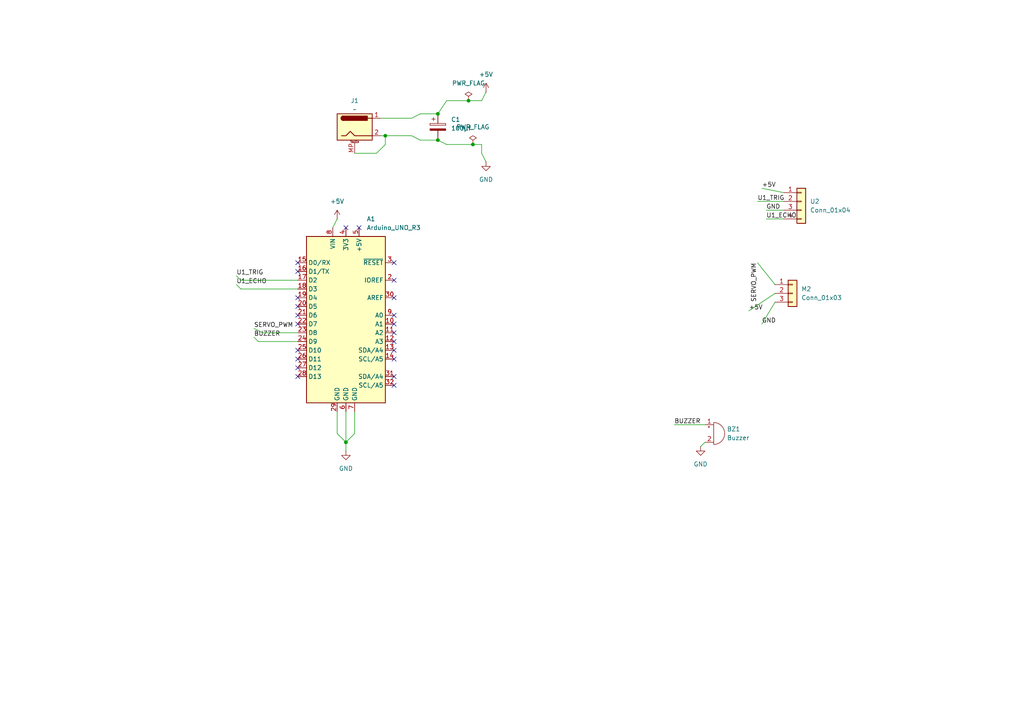
<source format=kicad_sch>
(kicad_sch (version 20231120) (generator "eeschema") (generator_version "8.0")
  (paper "A4")
  (lib_symbols
    (symbol "Connector:Barrel_Jack_MountingPin" (pin_names hide)
      (property "Reference" "J" (at 0 5.334 0))
      (property "Value" "Barrel_Jack_MountingPin" (at 1.27 -6.35 0))
      (symbol "Barrel_Jack_MountingPin_0_1"
        (rectangle (start -5.08 3.81) (end 5.08 -3.81) (stroke (width 0.254)) (fill (type background)))
        (arc (start -3.302 3.175) (mid -3.9343 2.54) (end -3.302 1.905) (stroke (width 0.254)))
        (arc (start -3.302 3.175) (mid -3.9343 2.54) (end -3.302 1.905) (stroke (width 0.254)) (fill (type outline)))
        (polyline (pts (xy 5.08 2.54) (xy 3.81 2.54)) (stroke (width 0.254)))
        (polyline (pts (xy -3.81 -2.54) (xy -2.54 -2.54) (xy -1.27 -1.27) (xy 0 -2.54) (xy 2.54 -2.54) (xy 5.08 -2.54)) (stroke (width 0.254)))
        (rectangle (start 3.683 3.175) (end -3.302 1.905) (stroke (width 0.254)) (fill (type outline)))
      )
      (symbol "Barrel_Jack_MountingPin_1_1"
        (polyline (pts (xy -1.016 -4.572) (xy 1.016 -4.572)) (stroke (width 0.1524)))
        (text "Mounting" (at 0 -4.191 0) (effects (font (size 0.381 0.381))))
        (pin passive line (at 7.62 2.54 180) (length 2.54) (name "~") (number "1"))
        (pin passive line (at 7.62 -2.54 180) (length 2.54) (name "~") (number "2"))
        (pin passive line (at 0 -7.62 90) (length 3.048) (name "MountPin") (number "MP"))
      )
    )
    (symbol "Connector_Generic:Conn_01x03" (pin_names (offset 1.016) hide)
      (property "Reference" "J" (at 0 5.08 0))
      (property "Value" "Conn_01x03" (at 0 -5.08 0))
      (symbol "Conn_01x03_1_1"
        (rectangle (start -1.27 -2.413) (end 0 -2.667) (stroke (width 0.1524)))
        (rectangle (start -1.27 0.127) (end 0 -0.127) (stroke (width 0.1524)))
        (rectangle (start -1.27 2.667) (end 0 2.413) (stroke (width 0.1524)))
        (rectangle (start -1.27 3.81) (end 1.27 -3.81) (stroke (width 0.254)) (fill (type background)))
        (pin passive line (at -5.08 2.54 0) (length 3.81) (name "Pin_1") (number "1"))
        (pin passive line (at -5.08 0 0) (length 3.81) (name "Pin_2") (number "2"))
        (pin passive line (at -5.08 -2.54 0) (length 3.81) (name "Pin_3") (number "3"))
      )
    )
    (symbol "Connector_Generic:Conn_01x04" (pin_names (offset 1.016) hide)
      (property "Reference" "J" (at 0 5.08 0))
      (property "Value" "Conn_01x04" (at 0 -7.62 0))
      (symbol "Conn_01x04_1_1"
        (rectangle (start -1.27 -4.953) (end 0 -5.207) (stroke (width 0.1524)))
        (rectangle (start -1.27 -2.413) (end 0 -2.667) (stroke (width 0.1524)))
        (rectangle (start -1.27 0.127) (end 0 -0.127) (stroke (width 0.1524)))
        (rectangle (start -1.27 2.667) (end 0 2.413) (stroke (width 0.1524)))
        (rectangle (start -1.27 3.81) (end 1.27 -6.35) (stroke (width 0.254)) (fill (type background)))
        (pin passive line (at -5.08 2.54 0) (length 3.81) (name "Pin_1") (number "1"))
        (pin passive line (at -5.08 0 0) (length 3.81) (name "Pin_2") (number "2"))
        (pin passive line (at -5.08 -2.54 0) (length 3.81) (name "Pin_3") (number "3"))
        (pin passive line (at -5.08 -5.08 0) (length 3.81) (name "Pin_4") (number "4"))
      )
    )
    (symbol "Device:Buzzer" (pin_names (offset 0.0254) hide)
      (property "Reference" "BZ" (at 3.81 1.27 0))
      (property "Value" "Buzzer" (at 3.81 -1.27 0))
      (symbol "Buzzer_0_1"
        (arc (start 0 -3.175) (mid 3.1612 0) (end 0 3.175))
        (polyline (pts (xy -1.651 1.905) (xy -1.143 1.905)))
        (polyline (pts (xy -1.397 2.159) (xy -1.397 1.651)))
        (polyline (pts (xy 0 3.175) (xy 0 -3.175)))
      )
      (symbol "Buzzer_1_1"
        (pin passive line (at -2.54 2.54 0) (length 2.54) (name "+") (number "1"))
        (pin passive line (at -2.54 -2.54 0) (length 2.54) (name "-") (number "2"))
      )
    )
    (symbol "Device:C_Polarized" (pin_numbers hide) (pin_names (offset 0.254))
      (property "Reference" "C" (at 0.635 2.54 0))
      (property "Value" "C_Polarized" (at 0.635 -2.54 0))
      (symbol "C_Polarized_0_1"
        (rectangle (start -2.286 0.508) (end 2.286 1.016))
        (polyline (pts (xy -1.778 2.286) (xy -0.762 2.286)))
        (polyline (pts (xy -1.27 2.794) (xy -1.27 1.778)))
        (rectangle (start 2.286 -0.508) (end -2.286 -1.016) (fill (type outline)))
      )
      (symbol "C_Polarized_1_1"
        (pin passive line (at 0 3.81 270) (length 2.794) (name "~") (number "1"))
        (pin passive line (at 0 -3.81 90) (length 2.794) (name "~") (number "2"))
      )
    )
    (symbol "customLibraries:Arduino_UNO_R3"
      (property "Reference" "A" (at -11.43 23.495 0))
      (property "Value" "Arduino_UNO_R3" (at 3.81 -26.67 0))
      (symbol "Arduino_UNO_R3_0_1"
        (rectangle (start -11.43 22.86) (end 11.43 -25.4) (stroke (width 0.254)) (fill (type background)))
      )
      (symbol "Arduino_UNO_R3_1_1"
        (pin no_connect line (at -11.43 -20.32 0) (length 2.54) hide (name "NC") (number "1"))
        (pin bidirectional line (at 13.97 -2.54 180) (length 2.54) (name "A1") (number "10"))
        (pin bidirectional line (at 13.97 -5.08 180) (length 2.54) (name "A2") (number "11"))
        (pin bidirectional line (at 13.97 -7.62 180) (length 2.54) (name "A3") (number "12"))
        (pin bidirectional line (at 13.97 -10.16 180) (length 2.54) (name "SDA/A4") (number "13"))
        (pin bidirectional line (at 13.97 -12.7 180) (length 2.54) (name "SCL/A5") (number "14"))
        (pin bidirectional line (at -13.97 15.24 0) (length 2.54) (name "D0/RX") (number "15"))
        (pin bidirectional line (at -13.97 12.7 0) (length 2.54) (name "D1/TX") (number "16"))
        (pin bidirectional line (at -13.97 10.16 0) (length 2.54) (name "D2") (number "17"))
        (pin bidirectional line (at -13.97 7.62 0) (length 2.54) (name "D3") (number "18"))
        (pin bidirectional line (at -13.97 5.08 0) (length 2.54) (name "D4") (number "19"))
        (pin output line (at 13.97 10.16 180) (length 2.54) (name "IOREF") (number "2"))
        (pin bidirectional line (at -13.97 2.54 0) (length 2.54) (name "D5") (number "20"))
        (pin bidirectional line (at -13.97 0 0) (length 2.54) (name "D6") (number "21"))
        (pin bidirectional line (at -13.97 -2.54 0) (length 2.54) (name "D7") (number "22"))
        (pin bidirectional line (at -13.97 -5.08 0) (length 2.54) (name "D8") (number "23"))
        (pin bidirectional line (at -13.97 -7.62 0) (length 2.54) (name "D9") (number "24"))
        (pin bidirectional line (at -13.97 -10.16 0) (length 2.54) (name "D10") (number "25"))
        (pin bidirectional line (at -13.97 -12.7 0) (length 2.54) (name "D11") (number "26"))
        (pin bidirectional line (at -13.97 -15.24 0) (length 2.54) (name "D12") (number "27"))
        (pin bidirectional line (at -13.97 -17.78 0) (length 2.54) (name "D13") (number "28"))
        (pin power_in line (at -2.54 -27.94 90) (length 2.54) (name "GND") (number "29"))
        (pin input line (at 13.97 15.24 180) (length 2.54) (name "~{RESET}") (number "3"))
        (pin input line (at 13.97 5.08 180) (length 2.54) (name "AREF") (number "30"))
        (pin bidirectional line (at 13.97 -17.78 180) (length 2.54) (name "SDA/A4") (number "31"))
        (pin bidirectional line (at 13.97 -20.32 180) (length 2.54) (name "SCL/A5") (number "32"))
        (pin power_out line (at 0 25.4 270) (length 2.54) (name "3V3") (number "4"))
        (pin power_out line (at 3.81 25.4 270) (length 2.54) (name "+5V") (number "5"))
        (pin power_in line (at 0 -27.94 90) (length 2.54) (name "GND") (number "6"))
        (pin power_in line (at 2.54 -27.94 90) (length 2.54) (name "GND") (number "7"))
        (pin power_in line (at -3.81 25.4 270) (length 2.54) (name "VIN") (number "8"))
        (pin bidirectional line (at 13.97 0 180) (length 2.54) (name "A0") (number "9"))
      )
    )
    (symbol "power:+5V" (power) (pin_numbers hide) (pin_names (offset 0) hide)
      (property "Value" "+5V" (at 0 3.556 0))
      (symbol "+5V_0_1"
        (polyline (pts (xy -0.762 1.27) (xy 0 2.54)))
        (polyline (pts (xy 0 0) (xy 0 2.54)))
        (polyline (pts (xy 0 2.54) (xy 0.762 1.27)))
      )
      (symbol "+5V_1_1"
        (pin power_in line (at 0 0 90) (length 0) (name "~") (number "1"))
      )
    )
    (symbol "power:GND" (power) (pin_numbers hide) (pin_names (offset 0) hide)
      (property "Value" "GND" (at 0 -3.81 0))
      (symbol "GND_0_1"
        (polyline (pts (xy 0 0) (xy 0 -1.27) (xy 1.27 -1.27) (xy 0 -2.54) (xy -1.27 -1.27) (xy 0 -1.27)))
      )
      (symbol "GND_1_1"
        (pin power_in line (at 0 0 270) (length 0) (name "~") (number "1"))
      )
    )
    (symbol "power:PWR_FLAG" (power) (pin_numbers hide) (pin_names (offset 0) hide)
      (property "Value" "PWR_FLAG" (at 0 3.81 0))
      (symbol "PWR_FLAG_0_0"
        (pin power_out line (at 0 0 90) (length 0) (name "~") (number "1"))
      )
      (symbol "PWR_FLAG_0_1"
        (polyline (pts (xy 0 0) (xy 0 1.27) (xy -1.016 1.905) (xy 0 2.54) (xy 1.016 1.905) (xy 0 1.27)))
      )
    )
  )
  (junction (at 111.76 39.37))
  (junction (at 127 40.64))
  (junction (at 137.16 41.91))
  (junction (at 135.89 29.21))
  (junction (at 100.33 128.27))
  (junction (at 127 33.02))
  (no_connect (at 114.3 93.98))
  (no_connect (at 86.36 88.9))
  (no_connect (at 86.36 86.36))
  (no_connect (at 114.3 101.6))
  (no_connect (at 86.36 91.44))
  (no_connect (at 86.36 101.6))
  (no_connect (at 114.3 111.76))
  (no_connect (at 114.3 99.06))
  (no_connect (at 86.36 76.2))
  (no_connect (at 114.3 96.52))
  (no_connect (at 114.3 86.36))
  (no_connect (at 104.14 66.04))
  (no_connect (at 86.36 109.22))
  (no_connect (at 86.36 104.14))
  (no_connect (at 100.33 66.04))
  (no_connect (at 114.3 109.22))
  (no_connect (at 114.3 104.14))
  (no_connect (at 86.36 93.98))
  (no_connect (at 114.3 91.44))
  (no_connect (at 114.3 81.28))
  (no_connect (at 86.36 78.74))
  (no_connect (at 86.36 106.68))
  (no_connect (at 114.3 76.2))
  (wire (pts (xy 195.58 123.19) (xy 204.47 123.19)))
  (wire (pts (xy 102.87 125.73) (xy 100.33 128.27)))
  (wire (pts (xy 119.38 34.29) (xy 121.92 33.02)))
  (wire (pts (xy 220.98 93.98) (xy 224.79 87.63)))
  (wire (pts (xy 109.22 44.45) (xy 111.76 41.91)))
  (wire (pts (xy 121.92 40.64) (xy 127 40.64)))
  (wire (pts (xy 139.7 29.21) (xy 135.89 29.21)))
  (wire (pts (xy 217.17 90.17) (xy 224.79 85.09)))
  (wire (pts (xy 220.98 54.61) (xy 227.33 55.88)))
  (wire (pts (xy 102.87 119.38) (xy 102.87 125.73)))
  (wire (pts (xy 135.89 29.21) (xy 129.54 29.21)))
  (wire (pts (xy 74.93 99.06) (xy 86.36 99.06)))
  (wire (pts (xy 204.47 128.27) (xy 203.2 129.54)))
  (wire (pts (xy 140.97 46.99) (xy 139.7 44.45)))
  (wire (pts (xy 69.85 81.28) (xy 86.36 81.28)))
  (wire (pts (xy 137.16 41.91) (xy 129.54 41.91)))
  (wire (pts (xy 219.71 76.2) (xy 224.79 82.55)))
  (wire (pts (xy 222.25 63.5) (xy 227.33 63.5)))
  (wire (pts (xy 139.7 44.45) (xy 139.7 41.91)))
  (wire (pts (xy 69.85 83.82) (xy 86.36 83.82)))
  (wire (pts (xy 97.79 119.38) (xy 97.79 125.73)))
  (wire (pts (xy 97.79 63.5) (xy 96.52 66.04)))
  (wire (pts (xy 140.97 26.67) (xy 139.7 29.21)))
  (wire (pts (xy 100.33 119.38) (xy 100.33 128.27)))
  (wire (pts (xy 68.58 82.55) (xy 69.85 83.82)))
  (wire (pts (xy 73.66 97.79) (xy 74.93 99.06)))
  (wire (pts (xy 100.33 128.27) (xy 100.33 130.81)))
  (wire (pts (xy 129.54 29.21) (xy 127 33.02)))
  (wire (pts (xy 68.58 80.01) (xy 69.85 81.28)))
  (wire (pts (xy 110.49 39.37) (xy 111.76 39.37)))
  (wire (pts (xy 73.66 95.25) (xy 76.2 96.52)))
  (wire (pts (xy 219.71 58.42) (xy 227.33 58.42)))
  (wire (pts (xy 121.92 33.02) (xy 127 33.02)))
  (wire (pts (xy 139.7 41.91) (xy 137.16 41.91)))
  (wire (pts (xy 119.38 39.37) (xy 121.92 40.64)))
  (wire (pts (xy 129.54 41.91) (xy 127 40.64)))
  (wire (pts (xy 110.49 34.29) (xy 119.38 34.29)))
  (wire (pts (xy 102.87 44.45) (xy 109.22 44.45)))
  (wire (pts (xy 111.76 39.37) (xy 119.38 39.37)))
  (wire (pts (xy 222.25 60.96) (xy 227.33 60.96)))
  (wire (pts (xy 111.76 41.91) (xy 111.76 39.37)))
  (wire (pts (xy 97.79 125.73) (xy 100.33 128.27)))
  (wire (pts (xy 76.2 96.52) (xy 86.36 96.52)))
  (label "U1_TRIG" (at 219.71 58.42 0))
  (label "U1_ECHO" (at 222.25 63.5 0))
  (label "+5V" (at 217.17 90.17 0))
  (label "SERVO_PWM" (at 219.71 76.2 270))
  (label "BUZZER" (at 195.58 123.19 0))
  (label "GND" (at 222.25 60.96 0))
  (label "GND" (at 220.98 93.98 0))
  (label "SERVO_PWM" (at 73.66 95.25 0))
  (label "U1_ECHO" (at 68.58 82.55 0))
  (label "U1_TRIG" (at 68.58 80.01 0))
  (label "BUZZER" (at 73.66 97.79 0))
  (label "+5V" (at 220.98 54.61 0))
  (symbol (lib_id "power:GND") (at 100.33 130.81 0) (unit 1)
    (property "Reference" "#PWR09" (effects (hide yes)))
    (property "Value" "GND" (at 100.33 135.89 0))
    (property "Description" "Power symbol creates a global label with name \"GND\" , ground" (effects (hide yes)))
  )
  (symbol (lib_id "Connector_Generic:Conn_01x03") (at 229.87 85.09 0) (unit 1)
    (property "Reference" "M2" (at 232.41 83.8199 0) (effects (justify left)))
    (property "Value" "Conn_01x03" (at 232.41 86.3599 0) (effects (justify left)))
    (property "Footprint" "motorCCn:motor_cn" (effects (hide yes)))
    (property "Description" "Generic connector, single row, 01x03, script generated (kicad-library-utils/schlib/autogen/connector/)" (effects (hide yes)))
  )
  (symbol (lib_id "customLibraries:Arduino_UNO_R3") (at 100.33 91.44 0) (unit 1)
    (property "Reference" "A1" (at 106.3341 63.5 0) (effects (justify left)))
    (property "Value" "Arduino_UNO_R3" (at 106.3341 66.04 0) (effects (justify left)))
    (property "Footprint" "Module:Arduino_UNO_R3" (effects (hide yes)))
    (property "Datasheet" "https://www.arduino.cc/en/Main/arduinoBoardUno" (effects (hide yes)))
    (property "Description" "Arduino UNO Microcontroller Module, release 3" (effects (hide yes)))
  )
  (symbol (lib_id "power:GND") (at 140.97 46.99 0) (unit 1)
    (property "Reference" "#PWR02" (effects (hide yes)))
    (property "Value" "GND" (at 140.97 52.07 0))
    (property "Description" "Power symbol creates a global label with name \"GND\" , ground" (effects (hide yes)))
  )
  (symbol (lib_id "Device:C_Polarized") (at 127 36.83 0) (unit 1)
    (property "Reference" "C1" (at 130.81 34.6709 0) (effects (justify left)))
    (property "Value" "100μf" (at 130.81 37.2109 0) (effects (justify left)))
    (property "Footprint" "Capacitor_THT:CP_Radial_D8.0mm_P3.50mm" (effects (hide yes)))
    (property "Description" "Polarized capacitor" (effects (hide yes)))
  )
  (symbol (lib_id "power:GND") (at 203.2 129.54 0) (unit 1)
    (property "Reference" "#PWR06" (effects (hide yes)))
    (property "Value" "GND" (at 203.2 134.62 0))
    (property "Description" "Power symbol creates a global label with name \"GND\" , ground" (effects (hide yes)))
  )
  (symbol (lib_id "power:+5V") (at 140.97 26.67 0) (unit 1)
    (property "Reference" "#PWR01" (effects (hide yes)))
    (property "Value" "+5V" (at 140.97 21.59 0))
    (property "Description" "Power symbol creates a global label with name \"+5V\"" (effects (hide yes)))
  )
  (symbol (lib_id "Connector:Barrel_Jack_MountingPin") (at 102.87 36.83 0) (unit 1)
    (property "Reference" "J1" (at 102.87 29.21 0))
    (property "Value" "~" (at 102.87 31.75 0))
    (property "Footprint" "Connector_BarrelJack:BarrelJack_Horizontal" (effects (hide yes)))
    (property "Description" "DC Barrel Jack with a mounting pin" (effects (hide yes)))
  )
  (symbol (lib_id "Connector_Generic:Conn_01x04") (at 232.41 58.42 0) (unit 1)
    (property "Reference" "U2" (at 234.95 58.4199 0) (effects (justify left)))
    (property "Value" "Conn_01x04" (at 234.95 60.9599 0) (effects (justify left)))
    (property "Footprint" "ultra_modify:ultra_mod" (effects (hide yes)))
    (property "Description" "Generic connector, single row, 01x04, script generated (kicad-library-utils/schlib/autogen/connector/)" (effects (hide yes)))
  )
  (symbol (lib_id "power:+5V") (at 97.79 63.5 0) (unit 1)
    (property "Reference" "#PWR05" (effects (hide yes)))
    (property "Value" "+5V" (at 97.79 58.42 0))
    (property "Description" "Power symbol creates a global label with name \"+5V\"" (effects (hide yes)))
  )
  (symbol (lib_id "Device:Buzzer") (at 207.01 125.73 0) (unit 1)
    (property "Reference" "BZ1" (at 210.82 124.4599 0) (effects (justify left)))
    (property "Value" "Buzzer" (at 210.82 126.9999 0) (effects (justify left)))
    (property "Footprint" "Buzzer_Beeper:Buzzer_12x9.5RM7.6" (effects (hide yes)))
    (property "Description" "Buzzer, polarized" (effects (hide yes)))
  )
  (symbol (lib_id "power:PWR_FLAG") (at 137.16 41.91 0) (unit 1)
    (property "Reference" "#FLG02" (effects (hide yes)))
    (property "Value" "PWR_FLAG" (at 137.16 36.83 0))
    (property "Description" "Special symbol for telling ERC where power comes from" (effects (hide yes)))
  )
  (symbol (lib_id "power:PWR_FLAG") (at 135.89 29.21 0) (unit 1)
    (property "Reference" "#FLG01" (effects (hide yes)))
    (property "Value" "PWR_FLAG" (at 135.89 24.13 0))
    (property "Description" "Special symbol for telling ERC where power comes from" (effects (hide yes)))
  )
)
</source>
